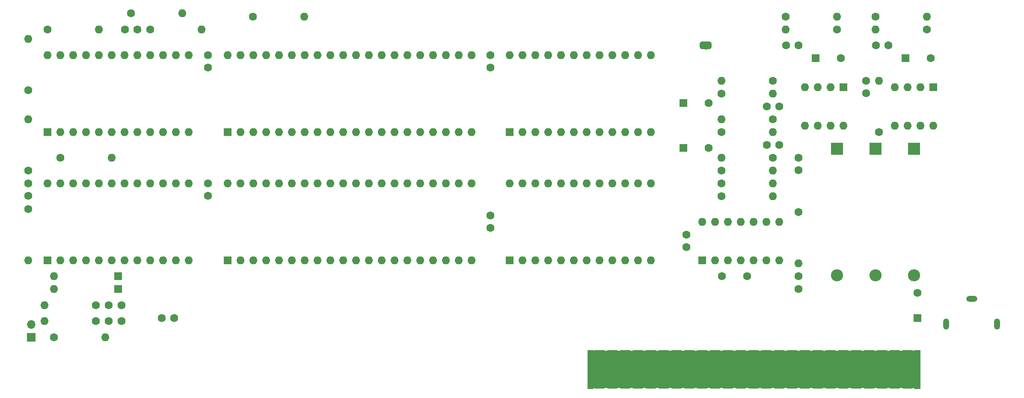
<source format=gbr>
%TF.GenerationSoftware,KiCad,Pcbnew,7.0.1*%
%TF.CreationDate,2023-06-30T10:48:38-07:00*%
%TF.ProjectId,Mockingboard,4d6f636b-696e-4676-926f-6172642e6b69,2.2*%
%TF.SameCoordinates,PX3414850PY853a720*%
%TF.FileFunction,Soldermask,Bot*%
%TF.FilePolarity,Negative*%
%FSLAX46Y46*%
G04 Gerber Fmt 4.6, Leading zero omitted, Abs format (unit mm)*
G04 Created by KiCad (PCBNEW 7.0.1) date 2023-06-30 10:48:38*
%MOMM*%
%LPD*%
G01*
G04 APERTURE LIST*
G04 Aperture macros list*
%AMRoundRect*
0 Rectangle with rounded corners*
0 $1 Rounding radius*
0 $2 $3 $4 $5 $6 $7 $8 $9 X,Y pos of 4 corners*
0 Add a 4 corners polygon primitive as box body*
4,1,4,$2,$3,$4,$5,$6,$7,$8,$9,$2,$3,0*
0 Add four circle primitives for the rounded corners*
1,1,$1+$1,$2,$3*
1,1,$1+$1,$4,$5*
1,1,$1+$1,$6,$7*
1,1,$1+$1,$8,$9*
0 Add four rect primitives between the rounded corners*
20,1,$1+$1,$2,$3,$4,$5,0*
20,1,$1+$1,$4,$5,$6,$7,0*
20,1,$1+$1,$6,$7,$8,$9,0*
20,1,$1+$1,$8,$9,$2,$3,0*%
%AMFreePoly0*
4,1,19,0.500000,-0.750000,0.000000,-0.750000,0.000000,-0.744911,-0.071157,-0.744911,-0.207708,-0.704816,-0.327430,-0.627875,-0.420627,-0.520320,-0.479746,-0.390866,-0.500000,-0.250000,-0.500000,0.250000,-0.479746,0.390866,-0.420627,0.520320,-0.327430,0.627875,-0.207708,0.704816,-0.071157,0.744911,0.000000,0.744911,0.000000,0.750000,0.500000,0.750000,0.500000,-0.750000,0.500000,-0.750000,
$1*%
%AMFreePoly1*
4,1,19,0.000000,0.744911,0.071157,0.744911,0.207708,0.704816,0.327430,0.627875,0.420627,0.520320,0.479746,0.390866,0.500000,0.250000,0.500000,-0.250000,0.479746,-0.390866,0.420627,-0.520320,0.327430,-0.627875,0.207708,-0.704816,0.071157,-0.744911,0.000000,-0.744911,0.000000,-0.750000,-0.500000,-0.750000,-0.500000,0.750000,0.000000,0.750000,0.000000,0.744911,0.000000,0.744911,
$1*%
G04 Aperture macros list end*
%ADD10C,0.001000*%
%ADD11C,0.020000*%
%ADD12R,1.700000X1.700000*%
%ADD13O,1.700000X1.700000*%
%ADD14O,1.200000X2.200000*%
%ADD15O,2.200000X1.200000*%
%ADD16C,1.600000*%
%ADD17O,1.600000X1.600000*%
%ADD18R,2.400000X2.400000*%
%ADD19O,2.400000X2.400000*%
%ADD20R,1.600000X1.600000*%
%ADD21RoundRect,0.650000X-0.762000X3.175000X-0.762000X-3.175000X0.762000X-3.175000X0.762000X3.175000X0*%
%ADD22FreePoly0,0.000000*%
%ADD23FreePoly1,0.000000*%
G04 APERTURE END LIST*
%TO.C,P1*%
D10*
X115570000Y0D02*
X114427000Y0D01*
X114427000Y7620000D01*
X115570000Y7620000D01*
X115570000Y0D01*
G36*
X115570000Y0D02*
G01*
X114427000Y0D01*
X114427000Y7620000D01*
X115570000Y7620000D01*
X115570000Y0D01*
G37*
X180213000Y0D02*
X179070000Y0D01*
X179070000Y7620000D01*
X180213000Y7620000D01*
X180213000Y0D01*
G36*
X180213000Y0D02*
G01*
X179070000Y0D01*
X179070000Y7620000D01*
X180213000Y7620000D01*
X180213000Y0D01*
G37*
D11*
%TO.C,JP2*%
X137660000Y67195000D02*
X137960000Y67195000D01*
X137960000Y67195000D02*
X137960000Y68695000D01*
X137960000Y68695000D02*
X137660000Y68695000D01*
X137660000Y68695000D02*
X137660000Y67195000D01*
G36*
X137660000Y67195000D02*
G01*
X137960000Y67195000D01*
X137960000Y68695000D01*
X137660000Y68695000D01*
X137660000Y67195000D01*
G37*
%TD*%
D12*
%TO.C,JP1*%
X4375000Y10155000D03*
D13*
X4375000Y12695000D03*
%TD*%
D14*
%TO.C,J1*%
X195420000Y12780000D03*
D15*
X190420000Y17780000D03*
D14*
X185420000Y12780000D03*
%TD*%
D16*
%TO.C,R14*%
X151130000Y53340000D03*
D17*
X140970000Y53340000D03*
%TD*%
D16*
%TO.C,R8*%
X3810000Y59055000D03*
D17*
X3810000Y69215000D03*
%TD*%
D16*
%TO.C,R11*%
X140970000Y58420000D03*
D17*
X151130000Y58420000D03*
%TD*%
D16*
%TO.C,C2*%
X19705000Y13335000D03*
X22205000Y13335000D03*
%TD*%
%TO.C,C5*%
X39370000Y66020000D03*
X39370000Y63520000D03*
%TD*%
D18*
%TO.C,C22*%
X163830000Y47425000D03*
D19*
X163830000Y22425000D03*
%TD*%
D20*
%TO.C,D1*%
X21590000Y19685000D03*
D17*
X8890000Y19685000D03*
%TD*%
D16*
%TO.C,C4*%
X30182500Y13970000D03*
X32682500Y13970000D03*
%TD*%
%TO.C,C27*%
X156210000Y43200000D03*
X156210000Y45700000D03*
%TD*%
%TO.C,R20*%
X151130000Y45720000D03*
D17*
X140970000Y45720000D03*
%TD*%
D16*
%TO.C,R16*%
X171450000Y73660000D03*
D17*
X181610000Y73660000D03*
%TD*%
D16*
%TO.C,R17*%
X181610000Y71120000D03*
D17*
X171450000Y71120000D03*
%TD*%
D16*
%TO.C,R5*%
X27940000Y71120000D03*
D17*
X38100000Y71120000D03*
%TD*%
D20*
%TO.C,U1*%
X7615000Y50795000D03*
D17*
X10155000Y50795000D03*
X12695000Y50795000D03*
X15235000Y50795000D03*
X17775000Y50795000D03*
X20315000Y50795000D03*
X22855000Y50795000D03*
X25395000Y50795000D03*
X27935000Y50795000D03*
X30475000Y50795000D03*
X33015000Y50795000D03*
X35555000Y50795000D03*
X35555000Y66035000D03*
X33015000Y66035000D03*
X30475000Y66035000D03*
X27935000Y66035000D03*
X25395000Y66035000D03*
X22855000Y66035000D03*
X20315000Y66035000D03*
X17775000Y66035000D03*
X15235000Y66035000D03*
X12695000Y66035000D03*
X10155000Y66035000D03*
X7615000Y66035000D03*
%TD*%
D16*
%TO.C,R3*%
X3810000Y35560000D03*
D17*
X3810000Y25400000D03*
%TD*%
D16*
%TO.C,C15*%
X156190000Y67945000D03*
X153690000Y67945000D03*
%TD*%
%TO.C,R4*%
X7620000Y71120000D03*
D17*
X17780000Y71120000D03*
%TD*%
D16*
%TO.C,R10*%
X10160000Y45720000D03*
D17*
X20320000Y45720000D03*
%TD*%
D16*
%TO.C,R25*%
X17125000Y13335000D03*
D17*
X6965000Y13335000D03*
%TD*%
D20*
%TO.C,C19*%
X133430000Y47625000D03*
D16*
X138430000Y47625000D03*
%TD*%
%TO.C,R6*%
X3810000Y43180000D03*
D17*
X3810000Y53340000D03*
%TD*%
D16*
%TO.C,R7*%
X48260000Y73660000D03*
D17*
X58420000Y73660000D03*
%TD*%
D20*
%TO.C,U3*%
X99055000Y50795000D03*
D17*
X101595000Y50795000D03*
X104135000Y50795000D03*
X106675000Y50795000D03*
X109215000Y50795000D03*
X111755000Y50795000D03*
X114295000Y50795000D03*
X116835000Y50795000D03*
X119375000Y50795000D03*
X121915000Y50795000D03*
X124455000Y50795000D03*
X126995000Y50795000D03*
X126995000Y66035000D03*
X124455000Y66035000D03*
X121915000Y66035000D03*
X119375000Y66035000D03*
X116835000Y66035000D03*
X114295000Y66035000D03*
X111755000Y66035000D03*
X109215000Y66035000D03*
X106675000Y66035000D03*
X104135000Y66035000D03*
X101595000Y66035000D03*
X99055000Y66035000D03*
%TD*%
D16*
%TO.C,C9*%
X146050000Y22225000D03*
X141050000Y22225000D03*
%TD*%
D21*
%TO.C,P1*%
X177800000Y3810000D03*
X175260000Y3810000D03*
X172720000Y3810000D03*
X170180000Y3810000D03*
X167640000Y3810000D03*
X165100000Y3810000D03*
X162560000Y3810000D03*
X160020000Y3810000D03*
X157480000Y3810000D03*
X154940000Y3810000D03*
X152400000Y3810000D03*
X149860000Y3810000D03*
X147320000Y3810000D03*
X144780000Y3810000D03*
X142240000Y3810000D03*
X139700000Y3810000D03*
X137160000Y3810000D03*
X134620000Y3810000D03*
X132080000Y3810000D03*
X129540000Y3810000D03*
X127000000Y3810000D03*
X124460000Y3810000D03*
X121920000Y3810000D03*
X119380000Y3810000D03*
X116840000Y3810000D03*
%TD*%
D16*
%TO.C,C11*%
X95250000Y31770000D03*
X95250000Y34270000D03*
%TD*%
D20*
%TO.C,U4*%
X7615000Y25395000D03*
D17*
X10155000Y25395000D03*
X12695000Y25395000D03*
X15235000Y25395000D03*
X17775000Y25395000D03*
X20315000Y25395000D03*
X22855000Y25395000D03*
X25395000Y25395000D03*
X27935000Y25395000D03*
X30475000Y25395000D03*
X33015000Y25395000D03*
X35555000Y25395000D03*
X35555000Y40635000D03*
X33015000Y40635000D03*
X30475000Y40635000D03*
X27935000Y40635000D03*
X25395000Y40635000D03*
X22855000Y40635000D03*
X20315000Y40635000D03*
X17775000Y40635000D03*
X15235000Y40635000D03*
X12695000Y40635000D03*
X10155000Y40635000D03*
X7615000Y40635000D03*
%TD*%
D16*
%TO.C,C7*%
X25380000Y71120000D03*
X22880000Y71120000D03*
%TD*%
D20*
%TO.C,C18*%
X133430000Y56515000D03*
D16*
X138430000Y56515000D03*
%TD*%
%TO.C,C12*%
X156210000Y19705000D03*
X156210000Y22205000D03*
%TD*%
%TO.C,R19*%
X172085000Y50800000D03*
D17*
X172085000Y60960000D03*
%TD*%
D16*
%TO.C,C10*%
X95250000Y63520000D03*
X95250000Y66020000D03*
%TD*%
%TO.C,R26*%
X17145000Y16510000D03*
D17*
X6985000Y16510000D03*
%TD*%
D16*
%TO.C,R18*%
X163830000Y71120000D03*
D17*
X153670000Y71120000D03*
%TD*%
D16*
%TO.C,R22*%
X140970000Y43180000D03*
D17*
X151130000Y43180000D03*
%TD*%
D16*
%TO.C,R1*%
X156210000Y34925000D03*
D17*
X156210000Y24765000D03*
%TD*%
D16*
%TO.C,C20*%
X133985000Y27980000D03*
X133985000Y30480000D03*
%TD*%
%TO.C,C13*%
X149880000Y55880000D03*
X152380000Y55880000D03*
%TD*%
%TO.C,C6*%
X39370000Y40620000D03*
X39370000Y38120000D03*
%TD*%
%TO.C,R23*%
X140970000Y40640000D03*
D17*
X151130000Y40640000D03*
%TD*%
D20*
%TO.C,IC1*%
X137160000Y25400000D03*
D17*
X139700000Y25400000D03*
X142240000Y25400000D03*
X144780000Y25400000D03*
X147320000Y25400000D03*
X149860000Y25400000D03*
X152400000Y25400000D03*
X152400000Y33020000D03*
X149860000Y33020000D03*
X147320000Y33020000D03*
X144780000Y33020000D03*
X142240000Y33020000D03*
X139700000Y33020000D03*
X137160000Y33020000D03*
%TD*%
D16*
%TO.C,C14*%
X152380000Y48260000D03*
X149880000Y48260000D03*
%TD*%
D20*
%TO.C,D2*%
X21590000Y22225000D03*
D17*
X8890000Y22225000D03*
%TD*%
D16*
%TO.C,R15*%
X153670000Y73660000D03*
D17*
X163830000Y73660000D03*
%TD*%
D16*
%TO.C,R2*%
X8890000Y10160000D03*
D17*
X19050000Y10160000D03*
%TD*%
D20*
%TO.C,U5*%
X43185000Y25400000D03*
D17*
X45725000Y25400000D03*
X48265000Y25400000D03*
X50805000Y25400000D03*
X53345000Y25400000D03*
X55885000Y25400000D03*
X58425000Y25400000D03*
X60965000Y25400000D03*
X63505000Y25400000D03*
X66045000Y25400000D03*
X68585000Y25400000D03*
X71125000Y25400000D03*
X73665000Y25400000D03*
X76205000Y25400000D03*
X78745000Y25400000D03*
X81285000Y25400000D03*
X83825000Y25400000D03*
X86365000Y25400000D03*
X88905000Y25400000D03*
X91445000Y25400000D03*
X91445000Y40640000D03*
X88905000Y40640000D03*
X86365000Y40640000D03*
X83825000Y40640000D03*
X81285000Y40640000D03*
X78745000Y40640000D03*
X76205000Y40640000D03*
X73665000Y40640000D03*
X71125000Y40640000D03*
X68585000Y40640000D03*
X66045000Y40640000D03*
X63505000Y40640000D03*
X60965000Y40640000D03*
X58425000Y40640000D03*
X55885000Y40640000D03*
X53345000Y40640000D03*
X50805000Y40640000D03*
X48265000Y40640000D03*
X45725000Y40640000D03*
X43185000Y40640000D03*
%TD*%
D18*
%TO.C,C21*%
X171450000Y47425000D03*
D19*
X171450000Y22425000D03*
%TD*%
D16*
%TO.C,R24*%
X140970000Y38100000D03*
D17*
X151130000Y38100000D03*
%TD*%
D20*
%TO.C,C24*%
X177302349Y65405000D03*
D16*
X182302349Y65405000D03*
%TD*%
%TO.C,C16*%
X171470000Y67945000D03*
X173970000Y67945000D03*
%TD*%
D20*
%TO.C,C1*%
X179705000Y13970000D03*
D16*
X179705000Y18970000D03*
%TD*%
%TO.C,R9*%
X24130000Y74295000D03*
D17*
X34290000Y74295000D03*
%TD*%
D16*
%TO.C,C26*%
X169545000Y60940000D03*
X169545000Y58440000D03*
%TD*%
%TO.C,C8*%
X3810000Y40620000D03*
X3810000Y38120000D03*
%TD*%
D18*
%TO.C,C17*%
X179070000Y47425000D03*
D19*
X179070000Y22425000D03*
%TD*%
D20*
%TO.C,IC3*%
X182870000Y59680000D03*
D17*
X180330000Y59680000D03*
X177790000Y59680000D03*
X175250000Y59680000D03*
X175250000Y52060000D03*
X177790000Y52060000D03*
X180330000Y52060000D03*
X182870000Y52060000D03*
%TD*%
D16*
%TO.C,R12*%
X140970000Y50800000D03*
D17*
X151130000Y50800000D03*
%TD*%
D20*
%TO.C,U6*%
X99055000Y25400000D03*
D17*
X101595000Y25400000D03*
X104135000Y25400000D03*
X106675000Y25400000D03*
X109215000Y25400000D03*
X111755000Y25400000D03*
X114295000Y25400000D03*
X116835000Y25400000D03*
X119375000Y25400000D03*
X121915000Y25400000D03*
X124455000Y25400000D03*
X126995000Y25400000D03*
X126995000Y40640000D03*
X124455000Y40640000D03*
X121915000Y40640000D03*
X119375000Y40640000D03*
X116835000Y40640000D03*
X114295000Y40640000D03*
X111755000Y40640000D03*
X109215000Y40640000D03*
X106675000Y40640000D03*
X104135000Y40640000D03*
X101595000Y40640000D03*
X99055000Y40640000D03*
%TD*%
D20*
%TO.C,U2*%
X43185000Y50795000D03*
D17*
X45725000Y50795000D03*
X48265000Y50795000D03*
X50805000Y50795000D03*
X53345000Y50795000D03*
X55885000Y50795000D03*
X58425000Y50795000D03*
X60965000Y50795000D03*
X63505000Y50795000D03*
X66045000Y50795000D03*
X68585000Y50795000D03*
X71125000Y50795000D03*
X73665000Y50795000D03*
X76205000Y50795000D03*
X78745000Y50795000D03*
X81285000Y50795000D03*
X83825000Y50795000D03*
X86365000Y50795000D03*
X88905000Y50795000D03*
X91445000Y50795000D03*
X91445000Y66035000D03*
X88905000Y66035000D03*
X86365000Y66035000D03*
X83825000Y66035000D03*
X81285000Y66035000D03*
X78745000Y66035000D03*
X76205000Y66035000D03*
X73665000Y66035000D03*
X71125000Y66035000D03*
X68585000Y66035000D03*
X66045000Y66035000D03*
X63505000Y66035000D03*
X60965000Y66035000D03*
X58425000Y66035000D03*
X55885000Y66035000D03*
X53345000Y66035000D03*
X50805000Y66035000D03*
X48265000Y66035000D03*
X45725000Y66035000D03*
X43185000Y66035000D03*
%TD*%
D20*
%TO.C,IC2*%
X165100000Y59690000D03*
D17*
X162560000Y59690000D03*
X160020000Y59690000D03*
X157480000Y59690000D03*
X157480000Y52070000D03*
X160020000Y52070000D03*
X162560000Y52070000D03*
X165100000Y52070000D03*
%TD*%
D16*
%TO.C,C3*%
X19705000Y16510000D03*
X22205000Y16510000D03*
%TD*%
D20*
%TO.C,C23*%
X159522349Y65405000D03*
D16*
X164522349Y65405000D03*
%TD*%
%TO.C,R13*%
X151130000Y60960000D03*
D17*
X140970000Y60960000D03*
%TD*%
D22*
%TO.C,JP2*%
X137160000Y67945000D03*
D23*
X138460000Y67945000D03*
%TD*%
M02*

</source>
